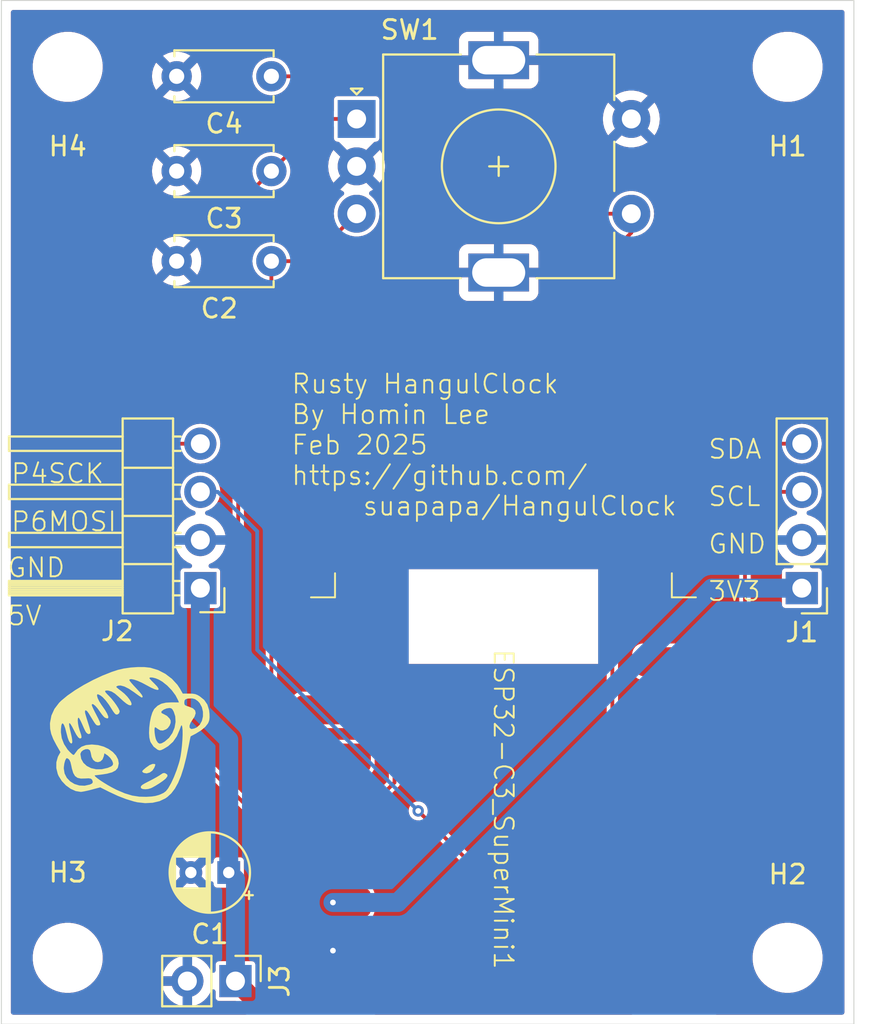
<source format=kicad_pcb>
(kicad_pcb (version 20240108) (generator "pcbnew") (generator_version "8.0")
  (title_block (title "Rusty HangulClock") (date "2025-02-01"))
  (layers (0 "F.Cu" signal) (31 "B.Cu" signal) (34 "B.Paste" user) (35 "F.Paste" user) (36 "B.SilkS" user "B.Silkscreen") (37 "F.SilkS" user "F.Silkscreen") (38 "B.Mask" user) (39 "F.Mask" user) (44 "Edge.Cuts" user))
  (net 0 "")
  (net 1 "GND")
  (net 4 "+3V3")
  (net 5 "+5V")
  (net 6 "Net-(ESP32-C3_SuperMini1-P1)")
  (net 7 "Net-(ESP32-C3_SuperMini1-P8)")
  (net 8 "Net-(ESP32-C3_SuperMini1-P9)")
  (net 9 "Net-(ESP32-C3_SuperMini1-P2)")
  (net 10 "Net-(ESP32-C3_SuperMini1-P6)")
  (net 12 "Net-(ESP32-C3_SuperMini1-P4)")
  (net 13 "Net-(ESP32-C3_SuperMini1-P3)")
  (footprint "Connector_PinHeader_2.54mm:PinHeader_1x04_P2.54mm_Vertical" (layer "F.Cu") (at 163.25 116 180)
    (property "Reference" "J1" (at 0 -2.33 0) (layer "F.SilkS"))
    (property "Value" "Conn_OLED")
    (fp_line (start 1.33 1.27) (end 1.33 8.95) (stroke (width 0.12)) (layer "F.SilkS"))
    (fp_line (start -1.33 8.95) (end 1.33 8.95) (stroke (width 0.12)) (layer "F.SilkS"))
    (fp_line (start -1.33 1.27) (end 1.33 1.27) (stroke (width 0.12)) (layer "F.SilkS"))
    (fp_line (start -1.33 1.27) (end -1.33 8.95) (stroke (width 0.12)) (layer "F.SilkS"))
    (fp_line (start -1.33 0) (end -1.33 -1.33) (stroke (width 0.12)) (layer "F.SilkS"))
    (fp_line (start -1.33 -1.33) (end 0 -1.33) (stroke (width 0.12)) (layer "F.SilkS"))
    (pad "1" thru_hole rect (at 0 0 180) (size 1.7 1.7) (drill 1) (layers "*.Cu" "*.Mask") (net 4 "+3V3"))
    (pad "2" thru_hole oval (at 0 2.54 180) (size 1.7 1.7) (drill 1) (layers "*.Cu" "*.Mask") (net 1 "GND"))
    (pad "3" thru_hole oval (at 0 5.08 180) (size 1.7 1.7) (drill 1) (layers "*.Cu" "*.Mask") (net 8 "Net-(ESP32-C3_SuperMini1-P9)"))
    (pad "4" thru_hole oval (at 0 7.62 180) (size 1.7 1.7) (drill 1) (layers "*.Cu" "*.Mask") (net 7 "Net-(ESP32-C3_SuperMini1-P8)"))
  )
  (footprint "MountingHole:MountingHole_3.2mm_M3" (layer "F.Cu") (at 162.5 88.5 180)
    (property "Reference" "H1" (at 0 -4.2 0) (layer "F.SilkS"))
    (property "Value" "MountingHole" (hide yes))
    (pad "" np_thru_hole circle (at 0 0 180) (size 3.2 3.2) (drill 3.2) (layers "*.Cu" "*.Mask"))
  )
  (footprint "Connector_PinHeader_2.54mm:PinHeader_1x02_P2.54mm_Vertical" (layer "F.Cu") (at 133.355 136.725686 -90)
    (property "Reference" "J3" (at 0 -2.33 90) (layer "F.SilkS"))
    (property "Value" "PWR")
    (fp_line (start -1.33 3.87) (end 1.33 3.87) (stroke (width 0.12)) (layer "F.SilkS"))
    (fp_line (start -1.33 1.27) (end -1.33 3.87) (stroke (width 0.12)) (layer "F.SilkS"))
    (fp_line (start -1.33 1.27) (end 1.33 1.27) (stroke (width 0.12)) (layer "F.SilkS"))
    (fp_line (start 1.33 1.27) (end 1.33 3.87) (stroke (width 0.12)) (layer "F.SilkS"))
    (fp_line (start -1.33 0) (end -1.33 -1.33) (stroke (width 0.12)) (layer "F.SilkS"))
    (fp_line (start -1.33 -1.33) (end 0 -1.33) (stroke (width 0.12)) (layer "F.SilkS"))
    (pad "1" thru_hole rect (at 0 0 270) (size 1.7 1.7) (drill 1) (layers "*.Cu" "*.Mask") (net 5 "+5V"))
    (pad "2" thru_hole oval (at 0 2.54 270) (size 1.7 1.7) (drill 1) (layers "*.Cu" "*.Mask") (net 1 "GND"))
  )
  (footprint "MountingHole:MountingHole_3.2mm_M3" (layer "F.Cu") (at 124.5 135.5 180)
    (property "Reference" "H3" (at 0 4.5 0) (layer "F.SilkS"))
    (property "Value" "MountingHole" (hide yes))
    (pad "" np_thru_hole circle (at 0 0 180) (size 3.2 3.2) (drill 3.2) (layers "*.Cu" "*.Mask"))
  )
  (footprint "Homin_Library:ESP32-C3_SuperMini_SMD" (layer "F.Cu") (at 147.5 127.66 180)
    (property "Reference" "ESP32-C3_SuperMini1" (at 0 0 -90) (layer "F.SilkS") (effects (font (thickness 0.1))))
    (property "Value" "~")
    (fp_line (start 10.16 11.176) (end 8.89 11.176) (stroke (width 0.1)) (layer "F.SilkS"))
    (fp_line (start 8.89 11.176) (end 8.89 12.446) (stroke (width 0.1)) (layer "F.SilkS"))
    (fp_line (start -8.89 11.176) (end -8.89 12.446) (stroke (width 0.1)) (layer "F.SilkS"))
    (fp_line (start -10.16 11.176) (end -8.89 11.176) (stroke (width 0.1)) (layer "F.SilkS"))
    (pad "0" smd roundrect (at 9 7.78 180) (size 4 1.524) (layers "F.Cu" "F.Paste" "F.Mask"))
    (pad "1" smd roundrect (at 9 5.24 180) (size 4 1.524) (layers "F.Cu" "F.Paste" "F.Mask") (net 6 "Net-(ESP32-C3_SuperMini1-P1)"))
    (pad "2" smd roundrect (at 9 2.7 180) (size 4 1.524) (layers "F.Cu" "F.Paste" "F.Mask") (net 9 "Net-(ESP32-C3_SuperMini1-P2)"))
    (pad "3" smd roundrect (at 9 0.16 180) (size 4 1.524) (layers "F.Cu" "F.Paste" "F.Mask") (net 13 "Net-(ESP32-C3_SuperMini1-P3)"))
    (pad "3V3" smd roundrect (at 9 -4.92 180) (size 4 1.524) (layers "F.Cu" "F.Paste" "F.Mask") (net 4 "+3V3"))
    (pad "4" smd roundrect (at 9 -2.38 180) (size 4 1.524) (layers "F.Cu" "F.Paste" "F.Mask") (net 12 "Net-(ESP32-C3_SuperMini1-P4)"))
    (pad "5" smd roundrect (at -9 -10 180) (size 4 1.524) (layers "F.Cu" "F.Paste" "F.Mask"))
    (pad "5V" smd roundrect (at 9 -9.98 180) (size 4 1.524) (layers "F.Cu" "F.Paste" "F.Mask") (net 5 "+5V"))
    (pad "6" smd roundrect (at -9 -7.46 180) (size 4 1.524) (layers "F.Cu" "F.Paste" "F.Mask") (net 10 "Net-(ESP32-C3_SuperMini1-P6)"))
    (pad "7" smd roundrect (at -9 -4.92 180) (size 4 1.524) (layers "F.Cu" "F.Paste" "F.Mask"))
    (pad "8" smd roundrect (at -9 -2.38 180) (size 4 1.524) (layers "F.Cu" "F.Paste" "F.Mask") (net 7 "Net-(ESP32-C3_SuperMini1-P8)"))
    (pad "9" smd roundrect (at -9 0.16 180) (size 4 1.524) (layers "F.Cu" "F.Paste" "F.Mask") (net 8 "Net-(ESP32-C3_SuperMini1-P9)"))
    (pad "10" smd roundrect (at -9 2.7 180) (size 4 1.524) (layers "F.Cu" "F.Paste" "F.Mask"))
    (pad "20" smd roundrect (at -9 5.24 180) (size 4 1.524) (layers "F.Cu" "F.Paste" "F.Mask"))
    (pad "21" smd roundrect (at -9 7.78 180) (size 4 1.524) (layers "F.Cu" "F.Paste" "F.Mask"))
    (pad "G" smd roundrect (at 9 -7.46 180) (size 4 1.524) (layers "F.Cu" "F.Paste" "F.Mask") (net 1 "GND"))
  )
  (footprint "Capacitor_THT:C_Disc_D5.0mm_W2.5mm_P5.00mm" (layer "F.Cu") (at 135.25 89 180)
    (property "Reference" "C4" (at 2.5 -2.5 0) (layer "F.SilkS"))
    (property "Value" "100n")
    (fp_line (start 5.12 1.055) (end 5.12 1.37) (stroke (width 0.12)) (layer "F.SilkS"))
    (fp_line (start 5.12 -1.37) (end 5.12 -1.055) (stroke (width 0.12)) (layer "F.SilkS"))
    (fp_line (start -0.12 1.37) (end 5.12 1.37) (stroke (width 0.12)) (layer "F.SilkS"))
    (fp_line (start -0.12 1.055) (end -0.12 1.37) (stroke (width 0.12)) (layer "F.SilkS"))
    (fp_line (start -0.12 -1.37) (end 5.12 -1.37) (stroke (width 0.12)) (layer "F.SilkS"))
    (fp_line (start -0.12 -1.37) (end -0.12 -1.055) (stroke (width 0.12)) (layer "F.SilkS"))
    (pad "1" thru_hole circle (at 0 0 180) (size 1.6 1.6) (drill 0.8) (layers "*.Cu" "*.Mask") (net 13 "Net-(ESP32-C3_SuperMini1-P3)"))
    (pad "2" thru_hole circle (at 5 0 180) (size 1.6 1.6) (drill 0.8) (layers "*.Cu" "*.Mask") (net 1 "GND"))
  )
  (footprint "Rotary_Encoder:RotaryEncoder_Alps_EC11E-Switch_Vertical_H20mm" (layer "F.Cu") (at 139.75 91.25)
    (property "Reference" "SW1" (at 2.8 -4.7 0) (layer "F.SilkS"))
    (property "Value" "RotaryEncoder_Switch_MP")
    (fp_line (start -0.3 -1.6) (end 0.3 -1.6) (stroke (width 0.12)) (layer "F.SilkS"))
    (fp_line (start 0 -1.3) (end -0.3 -1.6) (stroke (width 0.12)) (layer "F.SilkS"))
    (fp_line (start 0.3 -1.6) (end 0 -1.3) (stroke (width 0.12)) (layer "F.SilkS"))
    (fp_line (start 1.4 -3.4) (end 1.4 8.4) (stroke (width 0.12)) (layer "F.SilkS"))
    (fp_line (start 5.5 -3.4) (end 1.4 -3.4) (stroke (width 0.12)) (layer "F.SilkS"))
    (fp_line (start 5.5 8.4) (end 1.4 8.4) (stroke (width 0.12)) (layer "F.SilkS"))
    (fp_line (start 7 2.5) (end 8 2.5) (stroke (width 0.12)) (layer "F.SilkS"))
    (fp_line (start 7.5 2) (end 7.5 3) (stroke (width 0.12)) (layer "F.SilkS"))
    (fp_line (start 9.5 -3.4) (end 13.6 -3.4) (stroke (width 0.12)) (layer "F.SilkS"))
    (fp_line (start 13.6 -3.4) (end 13.6 -1) (stroke (width 0.12)) (layer "F.SilkS"))
    (fp_line (start 13.6 1.2) (end 13.6 3.8) (stroke (width 0.12)) (layer "F.SilkS"))
    (fp_line (start 13.6 6) (end 13.6 8.4) (stroke (width 0.12)) (layer "F.SilkS"))
    (fp_line (start 13.6 8.4) (end 9.5 8.4) (stroke (width 0.12)) (layer "F.SilkS"))
    (fp_circle (center 7.5 2.5) (end 10.5 2.5) (stroke (width 0.12)) (fill none) (layer "F.SilkS"))
    (pad "A" thru_hole rect (at 0 0) (size 2 2) (drill 1) (layers "*.Cu" "*.Mask") (net 9 "Net-(ESP32-C3_SuperMini1-P2)"))
    (pad "B" thru_hole circle (at 0 5) (size 2 2) (drill 1) (layers "*.Cu" "*.Mask") (net 6 "Net-(ESP32-C3_SuperMini1-P1)"))
    (pad "C" thru_hole circle (at 0 2.5) (size 2 2) (drill 1) (layers "*.Cu" "*.Mask") (net 1 "GND"))
    (pad "MP" thru_hole rect (at 7.5 -3.1) (size 3.2 2) (drill oval 2.8 1.5) (layers "*.Cu" "*.Mask") (net 1 "GND"))
    (pad "MP" thru_hole rect (at 7.5 8.1) (size 3.2 2) (drill oval 2.8 1.5) (layers "*.Cu" "*.Mask") (net 1 "GND"))
    (pad "S1" thru_hole circle (at 14.5 5) (size 2 2) (drill 1) (layers "*.Cu" "*.Mask") (net 13 "Net-(ESP32-C3_SuperMini1-P3)"))
    (pad "S2" thru_hole circle (at 14.5 0) (size 2 2) (drill 1) (layers "*.Cu" "*.Mask") (net 1 "GND"))
  )
  (footprint "Capacitor_THT:C_Disc_D5.0mm_W2.5mm_P5.00mm" (layer "F.Cu") (at 135.25 98.75 180)
    (property "Reference" "C2" (at 2.75 -2.5 0) (layer "F.SilkS"))
    (property "Value" "100n")
    (fp_line (start 5.12 1.055) (end 5.12 1.37) (stroke (width 0.12)) (layer "F.SilkS"))
    (fp_line (start 5.12 -1.37) (end 5.12 -1.055) (stroke (width 0.12)) (layer "F.SilkS"))
    (fp_line (start -0.12 1.37) (end 5.12 1.37) (stroke (width 0.12)) (layer "F.SilkS"))
    (fp_line (start -0.12 1.055) (end -0.12 1.37) (stroke (width 0.12)) (layer "F.SilkS"))
    (fp_line (start -0.12 -1.37) (end 5.12 -1.37) (stroke (width 0.12)) (layer "F.SilkS"))
    (fp_line (start -0.12 -1.37) (end -0.12 -1.055) (stroke (width 0.12)) (layer "F.SilkS"))
    (pad "1" thru_hole circle (at 0 0 180) (size 1.6 1.6) (drill 0.8) (layers "*.Cu" "*.Mask") (net 6 "Net-(ESP32-C3_SuperMini1-P1)"))
    (pad "2" thru_hole circle (at 5 0 180) (size 1.6 1.6) (drill 0.8) (layers "*.Cu" "*.Mask") (net 1 "GND"))
  )
  (footprint "Connector_PinHeader_2.54mm:PinHeader_1x04_P2.54mm_Horizontal" (layer "F.Cu") (at 131.5 116 180)
    (property "Reference" "J2" (at 4.385 -2.27 0) (layer "F.SilkS"))
    (property "Value" "Conn_SLEDS")
    (fp_line (start 10.1 8) (end 4.1 8) (stroke (width 0.12)) (layer "F.SilkS"))
    (fp_line (start 10.1 7.24) (end 10.1 8) (stroke (width 0.12)) (layer "F.SilkS"))
    (fp_line (start 10.1 5.46) (end 4.1 5.46) (stroke (width 0.12)) (layer "F.SilkS"))
    (fp_line (start 10.1 4.7) (end 10.1 5.46) (stroke (width 0.12)) (layer "F.SilkS"))
    (fp_line (start 10.1 2.92) (end 4.1 2.92) (stroke (width 0.12)) (layer "F.SilkS"))
    (fp_line (start 10.1 2.16) (end 10.1 2.92) (stroke (width 0.12)) (layer "F.SilkS"))
    (fp_line (start 10.1 0.38) (end 4.1 0.38) (stroke (width 0.12)) (layer "F.SilkS"))
    (fp_line (start 10.1 -0.38) (end 10.1 0.38) (stroke (width 0.12)) (layer "F.SilkS"))
    (fp_line (start 4.1 8.95) (end 4.1 -1.33) (stroke (width 0.12)) (layer "F.SilkS"))
    (fp_line (start 4.1 7.24) (end 10.1 7.24) (stroke (width 0.12)) (layer "F.SilkS"))
    (fp_line (start 4.1 4.7) (end 10.1 4.7) (stroke (width 0.12)) (layer "F.SilkS"))
    (fp_line (start 4.1 2.16) (end 10.1 2.16) (stroke (width 0.12)) (layer "F.SilkS"))
    (fp_line (start 4.1 0.28) (end 10.1 0.28) (stroke (width 0.12)) (layer "F.SilkS"))
    (fp_line (start 4.1 0.16) (end 10.1 0.16) (stroke (width 0.12)) (layer "F.SilkS"))
    (fp_line (start 4.1 0.04) (end 10.1 0.04) (stroke (width 0.12)) (layer "F.SilkS"))
    (fp_line (start 4.1 -0.08) (end 10.1 -0.08) (stroke (width 0.12)) (layer "F.SilkS"))
    (fp_line (start 4.1 -0.2) (end 10.1 -0.2) (stroke (width 0.12)) (layer "F.SilkS"))
    (fp_line (start 4.1 -0.32) (end 10.1 -0.32) (stroke (width 0.12)) (layer "F.SilkS"))
    (fp_line (start 4.1 -0.38) (end 10.1 -0.38) (stroke (width 0.12)) (layer "F.SilkS"))
    (fp_line (start 4.1 -1.33) (end 1.44 -1.33) (stroke (width 0.12)) (layer "F.SilkS"))
    (fp_line (start 1.44 8.95) (end 4.1 8.95) (stroke (width 0.12)) (layer "F.SilkS"))
    (fp_line (start 1.44 6.35) (end 4.1 6.35) (stroke (width 0.12)) (layer "F.SilkS"))
    (fp_line (start 1.44 3.81) (end 4.1 3.81) (stroke (width 0.12)) (layer "F.SilkS"))
    (fp_line (start 1.44 1.27) (end 4.1 1.27) (stroke (width 0.12)) (layer "F.SilkS"))
    (fp_line (start 1.44 -1.33) (end 1.44 8.95) (stroke (width 0.12)) (layer "F.SilkS"))
    (fp_line (start 1.11 0.38) (end 1.44 0.38) (stroke (width 0.12)) (layer "F.SilkS"))
    (fp_line (start 1.11 -0.38) (end 1.44 -0.38) (stroke (width 0.12)) (layer "F.SilkS"))
    (fp_line (start 1.042929 8) (end 1.44 8) (stroke (width 0.12)) (layer "F.SilkS"))
    (fp_line (start 1.042929 7.24) (end 1.44 7.24) (stroke (width 0.12)) (layer "F.SilkS"))
    (fp_line (start 1.042929 5.46) (end 1.44 5.46) (stroke (width 0.12)) (layer "F.SilkS"))
    (fp_line (start 1.042929 4.7) (end 1.44 4.7) (stroke (width 0.12)) (layer "F.SilkS"))
    (fp_line (start 1.042929 2.92) (end 1.44 2.92) (stroke (width 0.12)) (layer "F.SilkS"))
    (fp_line (start 1.042929 2.16) (end 1.44 2.16) (stroke (width 0.12)) (layer "F.SilkS"))
    (fp_line (start -1.27 0) (end -1.27 -1.27) (stroke (width 0.12)) (layer "F.SilkS"))
    (fp_line (start -1.27 -1.27) (end 0 -1.27) (stroke (width 0.12)) (layer "F.SilkS"))
    (pad "1" thru_hole rect (at 0 0 180) (size 1.7 1.7) (drill 1) (layers "*.Cu" "*.Mask") (net 5 "+5V"))
    (pad "2" thru_hole oval (at 0 2.54 180) (size 1.7 1.7) (drill 1) (layers "*.Cu" "*.Mask") (net 1 "GND"))
    (pad "3" thru_hole oval (at 0 5.08 180) (size 1.7 1.7) (drill 1) (layers "*.Cu" "*.Mask") (net 10 "Net-(ESP32-C3_SuperMini1-P6)"))
    (pad "4" thru_hole oval (at 0 7.62 180) (size 1.7 1.7) (drill 1) (layers "*.Cu" "*.Mask") (net 12 "Net-(ESP32-C3_SuperMini1-P4)"))
  )
  (footprint "MountingHole:MountingHole_3.2mm_M3" (layer "F.Cu") (at 124.5 88.5 180)
    (property "Reference" "H4" (at 0 -4.2 0) (layer "F.SilkS"))
    (property "Value" "MountingHole" (hide yes))
    (pad "" np_thru_hole circle (at 0 0 180) (size 3.2 3.2) (drill 3.2) (layers "*.Cu" "*.Mask"))
  )
  (footprint "Capacitor_THT:CP_Radial_D4.0mm_P2.00mm" (layer "F.Cu") (at 133 131 180)
    (property "Reference" "C1" (at 1 -3.25 0) (layer "F.SilkS"))
    (property "Value" "C_Polarized")
    (fp_line (start 3.081 -0.37) (end 3.081 0.37) (stroke (width 0.12)) (layer "F.SilkS"))
    (fp_line (start 3.041 -0.537) (end 3.041 0.537) (stroke (width 0.12)) (layer "F.SilkS"))
    (fp_line (start 3.001 -0.664) (end 3.001 0.664) (stroke (width 0.12)) (layer "F.SilkS"))
    (fp_line (start 2.961 -0.768) (end 2.961 0.768) (stroke (width 0.12)) (layer "F.SilkS"))
    (fp_line (start 2.921 -0.859) (end 2.921 0.859) (stroke (width 0.12)) (layer "F.SilkS"))
    (fp_line (start 2.881 -0.94) (end 2.881 0.94) (stroke (width 0.12)) (layer "F.SilkS"))
    (fp_line (start 2.841 -1.013) (end 2.841 1.013) (stroke (width 0.12)) (layer "F.SilkS"))
    (fp_line (start 2.801 0.84) (end 2.801 1.08) (stroke (width 0.12)) (layer "F.SilkS"))
    (fp_line (start 2.801 -1.08) (end 2.801 -0.84) (stroke (width 0.12)) (layer "F.SilkS"))
    (fp_line (start 2.761 0.84) (end 2.761 1.142) (stroke (width 0.12)) (layer "F.SilkS"))
    (fp_line (start 2.761 -1.142) (end 2.761 -0.84) (stroke (width 0.12)) (layer "F.SilkS"))
    (fp_line (start 2.721 0.84) (end 2.721 1.2) (stroke (width 0.12)) (layer "F.SilkS"))
    (fp_line (start 2.721 -1.2) (end 2.721 -0.84) (stroke (width 0.12)) (layer "F.SilkS"))
    (fp_line (start 2.681 0.84) (end 2.681 1.254) (stroke (width 0.12)) (layer "F.SilkS"))
    (fp_line (start 2.681 -1.254) (end 2.681 -0.84) (stroke (width 0.12)) (layer "F.SilkS"))
    (fp_line (start 2.641 0.84) (end 2.641 1.304) (stroke (width 0.12)) (layer "F.SilkS"))
    (fp_line (start 2.641 -1.304) (end 2.641 -0.84) (stroke (width 0.12)) (layer "F.SilkS"))
    (fp_line (start 2.601 0.84) (end 2.601 1.351) (stroke (width 0.12)) (layer "F.SilkS"))
    (fp_line (start 2.601 -1.351) (end 2.601 -0.84) (stroke (width 0.12)) (layer "F.SilkS"))
    (fp_line (start 2.561 0.84) (end 2.561 1.396) (stroke (width 0.12)) (layer "F.SilkS"))
    (fp_line (start 2.561 -1.396) (end 2.561 -0.84) (stroke (width 0.12)) (layer "F.SilkS"))
    (fp_line (start 2.521 0.84) (end 2.521 1.438) (stroke (width 0.12)) (layer "F.SilkS"))
    (fp_line (start 2.521 -1.438) (end 2.521 -0.84) (stroke (width 0.12)) (layer "F.SilkS"))
    (fp_line (start 2.481 0.84) (end 2.481 1.478) (stroke (width 0.12)) (layer "F.SilkS"))
    (fp_line (start 2.481 -1.478) (end 2.481 -0.84) (stroke (width 0.12)) (layer "F.SilkS"))
    (fp_line (start 2.441 0.84) (end 2.441 1.516) (stroke (width 0.12)) (layer "F.SilkS"))
    (fp_line (start 2.441 -1.516) (end 2.441 -0.84) (stroke (width 0.12)) (layer "F.SilkS"))
    (fp_line (start 2.401 0.84) (end 2.401 1.552) (stroke (width 0.12)) (layer "F.SilkS"))
    (fp_line (start 2.401 -1.552) (end 2.401 -0.84) (stroke (width 0.12)) (layer "F.SilkS"))
    (fp_line (start 2.361 0.84) (end 2.361 1.587) (stroke (width 0.12)) (layer "F.SilkS"))
    (fp_line (start 2.361 -1.587) (end 2.361 -0.84) (stroke (width 0.12)) (layer "F.SilkS"))
    (fp_line (start 2.321 0.84) (end 2.321 1.619) (stroke (width 0.12)) (layer "F.SilkS"))
    (fp_line (start 2.321 -1.619) (end 2.321 -0.84) (stroke (width 0.12)) (layer "F.SilkS"))
    (fp_line (start 2.281 0.84) (end 2.281 1.65) (stroke (width 0.12)) (layer "F.SilkS"))
    (fp_line (start 2.281 -1.65) (end 2.281 -0.84) (stroke (width 0.12)) (layer "F.SilkS"))
    (fp_line (start 2.241 0.84) (end 2.241 1.68) (stroke (width 0.12)) (layer "F.SilkS"))
    (fp_line (start 2.241 -1.68) (end 2.241 -0.84) (stroke (width 0.12)) (layer "F.SilkS"))
    (fp_line (start 2.201 0.84) (end 2.201 1.708) (stroke (width 0.12)) (layer "F.SilkS"))
    (fp_line (start 2.201 -1.708) (end 2.201 -0.84) (stroke (width 0.12)) (layer "F.SilkS"))
    (fp_line (start 2.161 0.84) (end 2.161 1.735) (stroke (width 0.12)) (layer "F.SilkS"))
    (fp_line (start 2.161 -1.735) (end 2.161 -0.84) (stroke (width 0.12)) (layer "F.SilkS"))
    (fp_line (start 2.121 0.84) (end 2.121 1.76) (stroke (width 0.12)) (layer "F.SilkS"))
    (fp_line (start 2.121 -1.76) (end 2.121 -0.84) (stroke (width 0.12)) (layer "F.SilkS"))
    (fp_line (start 2.081 0.84) (end 2.081 1.785) (stroke (width 0.12)) (layer "F.SilkS"))
    (fp_line (start 2.081 -1.785) (end 2.081 -0.84) (stroke (width 0.12)) (layer "F.SilkS"))
    (fp_line (start 2.041 0.84) (end 2.041 1.808) (stroke (width 0.12)) (layer "F.SilkS"))
    (fp_line (start 2.041 -1.808) (end 2.041 -0.84) (stroke (width 0.12)) (layer "F.SilkS"))
    (fp_line (start 2.001 0.84) (end 2.001 1.83) (stroke (width 0.12)) (layer "F.SilkS"))
    (fp_line (start 2.001 -1.83) (end 2.001 -0.84) (stroke (width 0.12)) (layer "F.SilkS"))
    (fp_line (start 1.961 0.84) (end 1.961 1.851) (stroke (width 0.12)) (layer "F.SilkS"))
    (fp_line (start 1.961 -1.851) (end 1.961 -0.84) (stroke (width 0.12)) (layer "F.SilkS"))
    (fp_line (start 1.921 0.84) (end 1.921 1.87) (stroke (width 0.12)) (layer "F.SilkS"))
    (fp_line (start 1.921 -1.87) (end 1.921 -0.84) (stroke (width 0.12)) (layer "F.SilkS"))
    (fp_line (start 1.881 0.84) (end 1.881 1.889) (stroke (width 0.12)) (layer "F.SilkS"))
    (fp_line (start 1.881 -1.889) (end 1.881 -0.84) (stroke (width 0.12)) (layer "F.SilkS"))
    (fp_line (start 1.841 0.84) (end 1.841 1.907) (stroke (width 0.12)) (layer "F.SilkS"))
    (fp_line (start 1.841 -1.907) (end 1.841 -0.84) (stroke (width 0.12)) (layer "F.SilkS"))
    (fp_line (start 1.801 0.84) (end 1.801 1.924) (stroke (width 0.12)) (layer "F.SilkS"))
    (fp_line (start 1.801 -1.924) (end 1.801 -0.84) (stroke (width 0.12)) (layer "F.SilkS"))
    (fp_line (start 1.761 0.84) (end 1.761 1.94) (stroke (width 0.12)) (layer "F.SilkS"))
    (fp_line (start 1.761 -1.94) (end 1.761 -0.84) (stroke (width 0.12)) (layer "F.SilkS"))
    (fp_line (start 1.721 0.84) (end 1.721 1.954) (stroke (width 0.12)) (layer "F.SilkS"))
    (fp_line (start 1.721 -1.954) (end 1.721 -0.84) (stroke (width 0.12)) (layer "F.SilkS"))
    (fp_line (start 1.68 0.84) (end 1.68 1.968) (stroke (width 0.12)) (layer "F.SilkS"))
    (fp_line (start 1.68 -1.968) (end 1.68 -0.84) (stroke (width 0.12)) (layer "F.SilkS"))
    (fp_line (start 1.64 0.84) (end 1.64 1.982) (stroke (width 0.12)) (layer "F.SilkS"))
    (fp_line (start 1.64 -1.982) (end 1.64 -0.84) (stroke (width 0.12)) (layer "F.SilkS"))
    (fp_line (start 1.6 0.84) (end 1.6 1.994) (stroke (width 0.12)) (layer "F.SilkS"))
    (fp_line (start 1.6 -1.994) (end 1.6 -0.84) (stroke (width 0.12)) (layer "F.SilkS"))
    (fp_line (start 1.56 0.84) (end 1.56 2.005) (stroke (width 0.12)) (layer "F.SilkS"))
    (fp_line (start 1.56 -2.005) (end 1.56 -0.84) (stroke (width 0.12)) (layer "F.SilkS"))
    (fp_line (start 1.52 0.84) (end 1.52 2.016) (stroke (width 0.12)) (layer "F.SilkS"))
    (fp_line (start 1.52 -2.016) (end 1.52 -0.84) (stroke (width 0.12)) (layer "F.SilkS"))
    (fp_line (start 1.48 0.84) (end 1.48 2.025) (stroke (width 0.12)) (layer "F.SilkS"))
    (fp_line (start 1.48 -2.025) (end 1.48 -0.84) (stroke (width 0.12)) (layer "F.SilkS"))
    (fp_line (start 1.44 0.84) (end 1.44 2.034) (stroke (width 0.12)) (layer "F.SilkS"))
    (fp_line (start 1.44 -2.034) (end 1.44 -0.84) (stroke (width 0.12)) (layer "F.SilkS"))
    (fp_line (start 1.4 0.84) (end 1.4 2.042) (stroke (width 0.12)) (layer "F.SilkS"))
    (fp_line (start 1.4 -2.042) (end 1.4 -0.84) (stroke (width 0.12)) (layer "F.SilkS"))
    (fp_line (start 1.36 0.84) (end 1.36 2.05) (stroke (width 0.12)) (layer "F.SilkS"))
    (fp_line (start 1.36 -2.05) (end 1.36 -0.84) (stroke (width 0.12)) (layer "F.SilkS"))
    (fp_line (start 1.32 0.84) (end 1.32 2.056) (stroke (width 0.12)) (layer "F.SilkS"))
    (fp_line (start 1.32 -2.056) (end 1.32 -0.84) (stroke (width 0.12)) (layer "F.SilkS"))
    (fp_line (start 1.28 0.84) (end 1.28 2.062) (stroke (width 0.12)) (layer "F.SilkS"))
    (fp_line (start 1.28 -2.062) (end 1.28 -0.84) (stroke (width 0.12)) (layer "F.SilkS"))
    (fp_line (start 1.24 0.84) (end 1.24 2.067) (stroke (width 0.12)) (layer "F.SilkS"))
    (fp_line (start 1.24 -2.067) (end 1.24 -0.84) (stroke (width 0.12)) (layer "F.SilkS"))
    (fp_line (start 1.2 0.84) (end 1.2 2.071) (stroke (width 0.12)) (layer "F.SilkS"))
    (fp_line (start 1.2 -2.071) (end 1.2 -0.84) (stroke (width 0.12)) (layer "F.SilkS"))
    (fp_line (start 1.16 -2.074) (end 1.16 2.074) (stroke (width 0.12)) (layer "F.SilkS"))
    (fp_line (start 1.12 -2.077) (end 1.12 2.077) (stroke (width 0.12)) (layer "F.SilkS"))
    (fp_line (start 1.08 -2.079) (end 1.08 2.079) (stroke (width 0.12)) (layer "F.SilkS"))
    (fp_line (start 1.04 -2.08) (end 1.04 2.08) (stroke (width 0.12)) (layer "F.SilkS"))
    (fp_line (start 1 -2.08) (end 1 2.08) (stroke (width 0.12)) (layer "F.SilkS"))
    (fp_line (start -1.069801 -1.395) (end -1.069801 -0.995) (stroke (width 0.12)) (layer "F.SilkS"))
    (fp_line (start -1.269801 -1.195) (end -0.869801 -1.195) (stroke (width 0.12)) (layer "F.SilkS"))
    (fp_circle (center 1 0) (end 3.12 0) (stroke (width 0.12)) (fill none) (layer "F.SilkS"))
    (pad "1" thru_hole rect (at 0 0 180) (size 1.2 1.2) (drill 0.6) (layers "*.Cu" "*.Mask") (net 5 "+5V"))
    (pad "2" thru_hole circle (at 2 0 180) (size 1.2 1.2) (drill 0.6) (layers "*.Cu" "*.Mask") (net 1 "GND"))
  )
  (footprint "LOGO" (layer "F.Cu") (at 127.75 123.75)
    (property "Reference" "G***" (hide yes))
    (property "Value" "LOGO" (hide yes))
    (fp_poly (pts (xy 1.340726 1.524851) (xy 1.37482 1.550602) (xy 1.360361 1.620832) (xy 1.317424 1.727094) (xy 1.217732 1.875326) (xy 1.076146 1.976536) (xy 0.917912 2.020469) (xy 0.768275 1.996874) (xy 0.720746 1.969418) (xy 0.684435 1.932701) (xy 0.690224 1.890528) (xy 0.74836 1.826531) (xy 0.869091 1.724343) (xy 0.879484 1.715879) (xy 1.069969 1.582379) (xy 1.219712 1.523814) (xy 1.250852 1.521234)) (fill solid) (layer "F.SilkS"))
    (fp_poly (pts (xy 1.917215 2.021814) (xy 2.007882 2.087528) (xy 2.0151 2.170024) (xy 1.938399 2.278086) (xy 1.901543 2.314381) (xy 1.772627 2.418466) (xy 1.593634 2.542316) (xy 1.397233 2.665029) (xy 1.21609 2.765707) (xy 1.138756 2.802417) (xy 0.9971 2.843367) (xy 0.844809 2.857567) (xy 0.711859 2.845664) (xy 0.628223 2.808308) (xy 0.616791 2.791137) (xy 0.605548 2.734031) (xy 0.627555 2.68072) (xy 0.694725 2.6214) (xy 0.818976 2.546266) (xy 1.012223 2.445515) (xy 1.075309 2.413879) (xy 1.273711 2.310979) (xy 1.457907 2.208657) (xy 1.600845 2.122244) (xy 1.652151 2.086994) (xy 1.762611 2.0149) (xy 1.844284 1.998782)) (fill solid) (layer "F.SilkS"))
    (fp_poly (pts (xy 0.803326 -3.587275) (xy 1.099957 -3.555034) (xy 1.11441 -3.5523) (xy 1.520891 -3.429576) (xy 1.90633 -3.229899) (xy 2.252629 -2.966243) (xy 2.541691 -2.651585) (xy 2.693518 -2.420145) (xy 2.822329 -2.189655) (xy 3.154767 -2.189655) (xy 3.345708 -2.184254) (xy 3.483124 -2.161662) (xy 3.605373 -2.112293) (xy 3.713074 -2.050143) (xy 3.954975 -1.85518) (xy 4.120266 -1.613673) (xy 4.21254 -1.319241) (xy 4.233817 -1.125776) (xy 4.238342 -0.933019) (xy 4.22446 -0.796826) (xy 4.18623 -0.682412) (xy 4.144165 -0.600847) (xy 4.009805 -0.431329) (xy 3.798587 -0.255114) (xy 3.524178 -0.082971) (xy 3.411252 -0.023414) (xy 3.306277 0.030147) (xy 3.244912 0.062797) (xy 3.239662 0.066049) (xy 3.227438 0.111767) (xy 3.202082 0.229526) (xy 3.167465 0.40075) (xy 3.13282 0.578789) (xy 3.005955 1.18574) (xy 2.873036 1.707154) (xy 2.73112 2.149634) (xy 2.577263 2.519787) (xy 2.408522 2.824217) (xy 2.221953 3.06953) (xy 2.014612 3.262332) (xy 1.901706 3.341438) (xy 1.593076 3.486696) (xy 1.232648 3.570337) (xy 0.838809 3.590534) (xy 0.429944 3.545457) (xy 0.253539 3.505404) (xy -0.169637 3.377197) (xy -0.594894 3.212734) (xy -1.053695 2.999716) (xy -1.102744 2.975213) (xy -1.537066 2.757004) (xy -1.98244 2.876687) (xy -2.188724 2.928455) (xy -2.376051 2.968952) (xy -2.517176 2.992585) (xy -2.565586 2.99637) (xy -2.829188 2.953693) (xy -3.095163 2.8349) (xy -3.345756 2.653846) (xy -3.563209 2.424386) (xy -3.729768 2.160376) (xy -3.777103 2.051021) (xy -3.847395 1.764267) (xy -3.45735 1.764267) (xy -3.415248 2.026352) (xy -3.298172 2.255276) (xy -3.119972 2.442595) (xy -2.894493 2.579865) (xy -2.635586 2.658644) (xy -2.357096 2.670486) (xy -2.07441 2.607513) (xy -1.962238 2.550687) (xy -1.926996 2.484236) (xy -1.928972 2.461202) (xy -1.962241 2.357155) (xy -2.027587 2.299633) (xy -2.144597 2.27999) (xy -2.320327 2.288439) (xy -2.556995 2.294016) (xy -2.734508 2.255278) (xy -2.864719 2.161577) (xy -2.95948 2.002264) (xy -3.030643 1.766692) (xy -3.059767 1.624126) (xy -3.10503 1.431946) (xy -3.159621 1.312427) (xy -3.217248 1.254901) (xy -3.285671 1.217715) (xy -3.329454 1.23424) (xy -3.373903 1.318961) (xy -3.388206 1.352786) (xy -3.429269 1.499466) (xy -3.454044 1.681347) (xy -3.45735 1.764267) (xy -3.847395 1.764267) (xy -3.853211 1.740541) (xy -3.851492 1.434296) (xy -3.772859 1.15334) (xy -3.734874 1.077955) (xy -3.633751 0.898911) (xy -3.846608 0.530127) (xy -4.014432 0.212064) (xy -4.122686 -0.065314) (xy -4.140426 -0.148683) (xy -3.609082 -0.148683) (xy -3.564938 0.162466) (xy -3.444387 0.474118) (xy -3.259301 0.76018) (xy -3.132472 0.898911) (xy -3.023246 1.000193) (xy -2.958563 1.043676) (xy -2.918448 1.037425) (xy -2.89172 1.002631) (xy -2.581231 1.002631) (xy -2.539239 1.251459) (xy -2.42292 1.461868) (xy -2.244216 1.627962) (xy -2.015069 1.743845) (xy -1.747422 1.803622) (xy -1.453216 1.801396) (xy -1.144393 1.731272) (xy -1.121508 1.723301) (xy -0.955113 1.652454) (xy -0.869984 1.578668) (xy -0.856272 1.484909) (xy -0.904132 1.35414) (xy -0.905964 1.350388) (xy -1.004109 1.206993) (xy -1.133294 1.082745) (xy -1.152291 1.069322) (xy -1.313474 0.961928) (xy -1.344515 1.113702) (xy -1.414043 1.286653) (xy -1.524786 1.391461) (xy -1.657255 1.429377) (xy -1.791966 1.401654) (xy -1.909432 1.309542) (xy -1.990166 1.154292) (xy -2.00836 1.071068) (xy -2.036408 0.929103) (xy -2.070881 0.822005) (xy -2.08587 0.79519) (xy -2.180752 0.740654) (xy -2.306257 0.744834) (xy -2.43381 0.795764) (xy -2.534839 0.881478) (xy -2.580769 0.990012) (xy -2.581231 1.002631) (xy -2.89172 1.002631) (xy -2.887885 0.997638) (xy -2.714764 0.766151) (xy -2.520641 0.612518) (xy -2.286475 0.526447) (xy -1.993227 0.497648) (xy -1.962486 0.497515) (xy -1.64451 0.527194) (xy -1.349743 0.609005) (xy -1.087652 0.734148) (xy -0.867707 0.893829) (xy -0.699377 1.079248) (xy -0.592131 1.281609) (xy -0.555436 1.492115) (xy -0.598763 1.701969) (xy -0.619146 1.745579) (xy -0.725207 1.867078) (xy -0.907302 1.963104) (xy -1.170684 2.035867) (xy -1.3978 2.073041) (xy -1.574391 2.095522) (xy -1.716861 2.112249) (xy -1.799374 2.120225) (xy -1.806802 2.120508) (xy -1.82843 2.14144) (xy -1.7811 2.198956) (xy -1.6766 2.285134) (xy -1.526715 2.392055) (xy -1.343232 2.511798) (xy -1.137938 2.636441) (xy -0.922618 2.758065) (xy -0.709059 2.868749) (xy -0.653259 2.895716) (xy -0.233597 3.074029) (xy 0.150811 3.189436) (xy 0.52593 3.247969) (xy 0.898911 3.256337) (xy 1.16647 3.240607) (xy 1.374718 3.210375) (xy 1.556107 3.160084) (xy 1.635827 3.130147) (xy 1.809911 3.049481) (xy 1.931146 2.958525) (xy 2.036797 2.827506) (xy 2.062214 2.789486) (xy 2.208645 2.532143) (xy 2.357502 2.210712) (xy 2.497652 1.852296) (xy 2.617963 1.484) (xy 2.658864 1.336842) (xy 2.70614 1.115936) (xy 2.747005 0.848618) (xy 2.77982 0.556871) (xy 2.802944 0.262675) (xy 2.814737 -0.011989) (xy 2.813558 -0.245139) (xy 2.797767 -0.414793) (xy 2.791709 -0.443269) (xy 2.771902 -0.508354) (xy 2.751706 -0.517135) (xy 2.722273 -0.459564) (xy 2.674757 -0.325599) (xy 2.666454 -0.301051) (xy 2.510556 0.062707) (xy 2.308492 0.354389) (xy 2.049375 0.5871) (xy 1.807692 0.732533) (xy 1.681784 0.790804) (xy 1.597449 0.80577) (xy 1.517077 0.781355) (xy 1.48642 0.766056) (xy 1.283257 0.610088) (xy 1.131015 0.386246) (xy 1.103029 0.322686) (xy 1.057478 0.132198) (xy 1.041814 -0.114804) (xy 1.047967 -0.269128) (xy 1.330515 -0.269128) (xy 1.338663 -0.125121) (xy 1.360231 0.032363) (xy 1.392801 0.177865) (xy 1.429975 0.278424) (xy 1.509888 0.402505) (xy 1.59711 0.452584) (xy 1.710828 0.431462) (xy 1.869266 0.342566) (xy 2.097472 0.144668) (xy 2.273185 -0.107484) (xy 2.390382 -0.394057) (xy 2.44304 -0.695218) (xy 2.425135 -0.991133) (xy 2.346886 -1.230092) (xy 2.277385 -1.354454) (xy 2.210846 -1.413379) (xy 2.121377 -1.428995) (xy 2.114107 -1.429038) (xy 1.965542 -1.405483) (xy 1.821557 -1.345992) (xy 1.717122 -1.267329) (xy 1.690665 -1.226052) (xy 1.705438 -1.164281) (xy 1.805971 -1.111355) (xy 1.816594 -1.107764) (xy 1.9912 -1.013289) (xy 2.129221 -0.870666) (xy 2.182328 -0.769565) (xy 2.184304 -0.644982) (xy 2.128598 -0.500946) (xy 2.032683 -0.371406) (xy 1.942037 -0.302699) (xy 1.772887 -0.239511) (xy 1.63226 -0.250255) (xy 1.508655 -0.322686) (xy 1.420027 -0.38641) (xy 1.365493 -0.414789) (xy 1.364144 -0.414882) (xy 1.338203 -0.374201) (xy 1.330515 -0.269128) (xy 1.047967 -0.269128) (xy 1.052962 -0.394421) (xy 1.087845 -0.682758) (xy 1.143391 -0.955917) (xy 1.216523 -1.19) (xy 1.304167 -1.36111) (xy 1.322797 -1.385234) (xy 1.49455 -1.549652) (xy 1.693382 -1.656139) (xy 1.93917 -1.712242) (xy 2.219756 -1.725879) (xy 2.618641 -1.723151) (xy 2.618095 -1.724587) (xy 2.904174 -1.724587) (xy 2.909926 -1.635466) (xy 2.94153 -1.580097) (xy 3.020506 -1.539104) (xy 3.157866 -1.496158) (xy 3.360384 -1.410964) (xy 3.47583 -1.297366) (xy 3.504678 -1.153607) (xy 3.447405 -0.977929) (xy 3.342105 -0.81611) (xy 3.231948 -0.643143) (xy 3.17964 -0.495954) (xy 3.186238 -0.387052) (xy 3.252797 -0.328943) (xy 3.300419 -0.322686) (xy 3.424941 -0.346195) (xy 3.557363 -0.402786) (xy 3.558345 -0.403358) (xy 3.722294 -0.548832) (xy 3.832427 -0.749094) (xy 3.887866 -0.983449) (xy 3.887734 -1.231202) (xy 3.831156 -1.471658) (xy 3.717254 -1.684124) (xy 3.617224 -1.792928) (xy 3.468093 -1.896885) (xy 3.319641 -1.934466) (xy 3.282879 -1.935487) (xy 3.092464 -1.926166) (xy 2.976803 -1.893833) (xy 2.919504 -1.829358) (xy 2.904174 -1.724587) (xy 2.618095 -1.724587) (xy 2.576382 -1.8343) (xy 2.441436 -2.095752) (xy 2.242202 -2.363134) (xy 2.001497 -2.612157) (xy 1.742139 -2.818534) (xy 1.544283 -2.933003) (xy 1.383782 -2.996187) (xy 1.235336 -3.033615) (xy 1.121122 -3.041973) (xy 1.063314 -3.017945) (xy 1.060254 -3.005362) (xy 1.091489 -2.958057) (xy 1.174142 -2.866606) (xy 1.291632 -2.749125) (xy 1.316502 -2.725377) (xy 1.467238 -2.568261) (xy 1.541601 -2.457934) (xy 1.543199 -2.395321) (xy 1.475635 -2.381344) (xy 1.342515 -2.416928) (xy 1.147445 -2.502994) (xy 0.92196 -2.624342) (xy 0.673869 -2.756411) (xy 0.447774 -2.857577) (xy 0.255636 -2.924255) (xy 0.109416 -2.952857) (xy 0.021076 -2.939796) (xy 0 -2.900798) (xy 0.030228 -2.849744) (xy 0.112393 -2.748075) (xy 0.23371 -2.610841) (xy 0.371706 -2.463192) (xy 0.553287 -2.26482) (xy 0.664835 -2.121261) (xy 0.708121 -2.029503) (xy 0.684916 -1.986528) (xy 0.654176 -1.982297) (xy 0.605949 -2.008318) (xy 0.501905 -2.078294) (xy 0.359488 -2.180206) (xy 0.258984 -2.254596) (xy -0.016857 -2.440591) (xy -0.259478 -2.562117) (xy -0.46107 -2.615959) (xy -0.594445 -2.60607) (xy -0.670139 -2.569467) (xy -0.68886 -2.543808) (xy -0.652958 -2.503149) (xy -0.560883 -2.42561) (xy -0.431895 -2.327321) (xy -0.420153 -2.31875) (xy -0.25517 -2.182952) (xy -0.110071 -2.034821) (xy 0.006809 -1.887524) (xy 0.087137 -1.75423) (xy 0.122576 -1.648108) (xy 0.104793 -1.582327) (xy 0.055421 -1.567332) (xy -0.033609 -1.589184) (xy -0.151808 -1.659387) (xy -0.308762 -1.784916) (xy -0.514055 -1.972745) (xy -0.553176 -2.010148) (xy -0.758814 -2.188885) (xy -0.935964 -2.29766) (xy -1.102486 -2.346207) (xy -1.1785 -2.350998) (xy -1.258713 -2.342372) (xy -1.281094 -2.309511) (xy -1.241948 -2.241941) (xy -1.137578 -2.129188) (xy -1.080218 -2.072484) (xy -0.942135 -1.924177) (xy -0.803012 -1.752139) (xy -0.676663 -1.576312) (xy -0.576904 -1.416644) (xy -0.51755 -1.29308) (xy -0.507078 -1.245038) (xy -0.542367 -1.14318) (xy -0.625894 -1.084309) (xy -0.706754 -1.086702) (xy -0.770034 -1.140617) (xy -0.852582 -1.248176) (xy -0.903451 -1.329512) (xy -1.070521 -1.595083) (xy -1.2419 -1.823493) (xy -1.403497 -1.997306) (xy -1.512134 -2.082805) (xy -1.614798 -2.137082) (xy -1.68146 -2.15519) (xy -1.689389 -2.152112) (xy -1.703797 -2.077243) (xy -1.668072 -1.948959) (xy -1.589781 -1.785754) (xy -1.476491 -1.60612) (xy -1.452208 -1.572438) (xy -1.284579 -1.330546) (xy -1.170702 -1.135349) (xy -1.111723 -0.991475) (xy -1.10879 -0.903556) (xy -1.16305 -0.87622) (xy -1.275651 -0.914098) (xy -1.291052 -0.922125) (xy -1.35754 -0.981905) (xy -1.453029 -1.096857) (xy -1.558293 -1.243575) (xy -1.571622 -1.263656) (xy -1.689095 -1.424702) (xy -1.800588 -1.547052) (xy -1.894404 -1.621392) (xy -1.958842 -1.638407) (xy -1.982214 -1.590528) (xy -1.961443 -1.523926) (xy -1.905329 -1.396768) (xy -1.823171 -1.229161) (xy -1.751724 -1.092128) (xy -1.632549 -0.86233) (xy -1.559252 -0.700228) (xy -1.529682 -0.594817) (xy -1.541692 -0.535094) (xy -1.593133 -0.510054) (xy -1.637495 -0.507078) (xy -1.684566 -0.509767) (xy -1.72634 -0.525515) (xy -1.771951 -0.565841) (xy -1.830531 -0.642267) (xy -1.911212 -0.766311) (xy -2.023128 -0.949495) (xy -2.131975 -1.130816) (xy -2.220923 -1.253498) (xy -2.29216 -1.306168) (xy -2.334713 -1.287269) (xy -2.337608 -1.195246) (xy -2.330464 -1.158946) (xy -2.304613 -1.063794) (xy -2.257769 -0.906507) (xy -2.197631 -0.712566) (xy -2.157479 -0.586436) (xy -2.090823 -0.368938) (xy -2.055029 -0.222437) (xy -2.047457 -0.132036) (xy -2.065465 -0.082838) (xy -2.067773 -0.080394) (xy -2.143421 -0.049905) (xy -2.199368 -0.073264) (xy -2.245737 -0.106567) (xy -2.285938 -0.151408) (xy -2.32985 -0.225001) (xy -2.387354 -0.344561) (xy -2.468328 -0.527302) (xy -2.494645 -0.58775) (xy -2.567464 -0.744467) (xy -2.630918 -0.861796) (xy -2.673692 -0.919318) (xy -2.679856 -0.92196) (xy -2.7125 -0.881329) (xy -2.72108 -0.773634) (xy -2.707847 -0.62017) (xy -2.675055 -0.442232) (xy -2.624957 -0.261117) (xy -2.603517 -0.200294) (xy -2.540029 -0.010998) (xy -2.520072 0.106826) (xy -2.535639 0.156981) (xy -2.606959 0.182147) (xy -2.692268 0.125471) (xy -2.79417 -0.01572) (xy -2.904174 -0.221246) (xy -3.019705 -0.445835) (xy -3.10405 -0.583729) (xy -3.157039 -0.635055) (xy -3.1785 -0.599941) (xy -3.16826 -0.478515) (xy -3.126147 -0.270905) (xy -3.081494 -0.089387) (xy -3.03903 0.09821) (xy -3.013249 0.259059) (xy -3.007907 0.367248) (xy -3.012104 0.389392) (xy -3.041613 0.445908) (xy -3.082792 0.436217) (xy -3.132909 0.393422) (xy -3.1914 0.300456) (xy -3.254407 0.129423) (xy -3.316944 -0.106035) (xy -3.319421 -0.116844) (xy -3.386468 -0.371319) (xy -3.449697 -0.537626) (xy -3.506205 -0.615447) (xy -3.55309 -0.604461) (xy -3.58745 -0.504351) (xy -3.606384 -0.314797) (xy -3.609082 -0.148683) (xy -4.140426 -0.148683) (xy -4.17804 -0.325447) (xy -4.187168 -0.591774) (xy -4.183612 -0.653853) (xy -4.111375 -1.031663) (xy -3.951501 -1.383024) (xy -3.705529 -1.70489) (xy -3.599071 -1.810301) (xy -3.264566 -2.087272) (xy -2.859351 -2.369385) (xy -2.403503 -2.64573) (xy -1.917098 -2.905395) (xy -1.420214 -3.137471) (xy -0.932929 -3.331047) (xy -0.599274 -3.440465) (xy -0.279363 -3.514412) (xy 0.082091 -3.564903) (xy 0.453512 -3.589878)) (fill solid) (layer "F.SilkS"))
  )
  (footprint "MountingHole:MountingHole_3.2mm_M3" (layer "F.Cu") (at 162.5 135.5 180)
    (property "Reference" "H2" (at 0 4.4 0) (layer "F.SilkS"))
    (property "Value" "MountingHole" (hide yes))
    (pad "" np_thru_hole circle (at 0 0 180) (size 3.2 3.2) (drill 3.2) (layers "*.Cu" "*.Mask"))
  )
  (footprint "Capacitor_THT:C_Disc_D5.0mm_W2.5mm_P5.00mm" (layer "F.Cu") (at 135.25 94 180)
    (property "Reference" "C3" (at 2.5 -2.5 0) (layer "F.SilkS"))
    (property "Value" "100n")
    (fp_line (start 5.12 1.055) (end 5.12 1.37) (stroke (width 0.12)) (layer "F.SilkS"))
    (fp_line (start 5.12 -1.37) (end 5.12 -1.055) (stroke (width 0.12)) (layer "F.SilkS"))
    (fp_line (start -0.12 1.37) (end 5.12 1.37) (stroke (width 0.12)) (layer "F.SilkS"))
    (fp_line (start -0.12 1.055) (end -0.12 1.37) (stroke (width 0.12)) (layer "F.SilkS"))
    (fp_line (start -0.12 -1.37) (end 5.12 -1.37) (stroke (width 0.12)) (layer "F.SilkS"))
    (fp_line (start -0.12 -1.37) (end -0.12 -1.055) (stroke (width 0.12)) (layer "F.SilkS"))
    (pad "1" thru_hole circle (at 0 0 180) (size 1.6 1.6) (drill 0.8) (layers "*.Cu" "*.Mask") (net 9 "Net-(ESP32-C3_SuperMini1-P2)"))
    (pad "2" thru_hole circle (at 5 0 180) (size 1.6 1.6) (drill 0.8) (layers "*.Cu" "*.Mask") (net 1 "GND"))
  )
  (gr_rect (start 121 85) (end 166 139) (stroke (width 0.05)) (fill none) (layer "Edge.Cuts"))
  (gr_text "P6MOSI" (at 121.445 113.075 0) (layer "F.SilkS") (effects (font (size 1 1) (thickness 0.1)) (justify left bottom)))
  (gr_text "GND" (at 121.25 115.5 0) (layer "F.SilkS") (effects (font (size 1 1) (thickness 0.1)) (justify left bottom)))
  (gr_text "GND" (at 158.25 114.25 0) (layer "F.SilkS") (effects (font (size 1 1) (thickness 0.1)) (justify left bottom)))
  (gr_text "SCL" (at 158.25 111.75 0) (layer "F.SilkS") (effects (font (size 1 1) (thickness 0.1)) (justify left bottom)))
  (gr_text "P4SCK" (at 121.445 110.535 0) (layer "F.SilkS") (effects (font (size 1 1) (thickness 0.1)) (justify left bottom)))
  (gr_text "5V" (at 121.25 118.04 0) (layer "F.SilkS") (effects (font (size 1 1) (thickness 0.1)) (justify left bottom)))
  (gr_text "Rusty HangulClock\nBy Homin Lee\nFeb 2025\nhttps://github.com/\n	suapapa/HangulClock" (at 136.25 112.25 0) (layer "F.SilkS") (effects (font (size 1 1) (thickness 0.1)) (justify left bottom)))
  (gr_text "SDA" (at 158.25 109.25 0) (layer "F.SilkS") (effects (font (size 1 1) (thickness 0.1)) (justify left bottom)))
  (gr_text "3V3" (at 158.25 116.75 0) (layer "F.SilkS") (effects (font (size 1 1) (thickness 0.1)) (justify left bottom)))
  (via (at 138.5 135.12) (size 0.6) (drill 0.3) (layers "F.Cu" "B.Cu") (net 1))
  (via (at 138.5 132.58) (size 0.6) (drill 0.3) (layers "F.Cu" "B.Cu") (net 4))
  (segment (start 141.92 132.58) (end 158.5 116) (width 1) (layer "B.Cu") (net 4))
  (segment (start 141.92 132.58) (end 138.5 132.58) (width 1) (layer "B.Cu") (net 4))
  (segment (start 158.5 116) (end 163.25 116) (width 1) (layer "B.Cu") (net 4))
  (segment (start 138.5 137.64) (end 134.269314 137.64) (width 1) (layer "F.Cu") (net 5))
  (segment (start 134.269314 137.64) (end 133.355 136.725686) (width 1) (layer "F.Cu") (net 5))
  (segment (start 133.355 131.355) (end 133 131) (width 1) (layer "B.Cu") (net 5))
  (segment (start 133.355 136.725686) (end 133.355 131.355) (width 1) (layer "B.Cu") (net 5))
  (segment (start 131.5 116) (end 131.5 122.5) (width 1) (layer "B.Cu") (net 5))
  (segment (start 131.5 122.5) (end 133 124) (width 1) (layer "B.Cu") (net 5))
  (segment (start 133 124) (end 133 131) (width 1) (layer "B.Cu") (net 5))
  (segment (start 135.25 121.17) (end 135.25 98.75) (width 0.2) (layer "F.Cu") (net 6))
  (segment (start 135.25 98.75) (end 137.25 98.75) (width 0.2) (layer "F.Cu") (net 6))
  (segment (start 137.25 98.75) (end 139.75 96.25) (width 0.2) (layer "F.Cu") (net 6))
  (segment (start 136.5 122.42) (end 135.25 121.17) (width 0.2) (layer "F.Cu") (net 6))
  (segment (start 138.5 122.42) (end 136.5 122.42) (width 0.2) (layer "F.Cu") (net 6))
  (segment (start 153.25 116.75) (end 161.62 108.38) (width 0.2) (layer "F.Cu") (net 7))
  (segment (start 154.29 130.04) (end 153.25 129) (width 0.2) (layer "F.Cu") (net 7))
  (segment (start 156.5 130.04) (end 154.29 130.04) (width 0.2) (layer "F.Cu") (net 7))
  (segment (start 153.25 129) (end 153.25 116.75) (width 0.2) (layer "F.Cu") (net 7))
  (segment (start 161.62 108.38) (end 163.25 108.38) (width 0.2) (layer "F.Cu") (net 7))
  (segment (start 162.08 110.92) (end 163.25 110.92) (width 0.2) (layer "F.Cu") (net 8))
  (segment (start 160.25 112.75) (end 162.08 110.92) (width 0.2) (layer "F.Cu") (net 8))
  (segment (start 158 127.5) (end 160.25 125.25) (width 0.2) (layer "F.Cu") (net 8))
  (segment (start 160.25 125.25) (end 160.25 112.75) (width 0.2) (layer "F.Cu") (net 8))
  (segment (start 156.5 127.5) (end 158 127.5) (width 0.2) (layer "F.Cu") (net 8))
  (segment (start 138 91.25) (end 135.25 94) (width 0.2) (layer "F.Cu") (net 9))
  (segment (start 136.46 124.96) (end 138.5 124.96) (width 0.2) (layer "F.Cu") (net 9))
  (segment (start 138.5 124.96) (end 138.07692 124.96) (width 0.2) (layer "F.Cu") (net 9))
  (segment (start 133.5 95.75) (end 133.5 122) (width 0.2) (layer "F.Cu") (net 9))
  (segment (start 135.25 94) (end 133.5 95.75) (width 0.2) (layer "F.Cu") (net 9))
  (segment (start 133.5 122) (end 136.46 124.96) (width 0.2) (layer "F.Cu") (net 9))
  (segment (start 139.75 91.25) (end 138 91.25) (width 0.2) (layer "F.Cu") (net 9))
  (segment (start 150.37 135.12) (end 156.5 135.12) (width 0.2) (layer "F.Cu") (net 10))
  (segment (start 143 127.75) (end 150.37 135.12) (width 0.2) (layer "F.Cu") (net 10))
  (via (at 143 127.75) (size 0.6) (drill 0.3) (layers "F.Cu" "B.Cu") (net 10))
  (segment (start 143 127.75) (end 134.5 119.25) (width 0.2) (layer "B.Cu") (net 10))
  (segment (start 132.42 110.92) (end 131.5 110.92) (width 0.2) (layer "B.Cu") (net 10))
  (segment (start 134.5 119.25) (end 134.5 113) (width 0.2) (layer "B.Cu") (net 10))
  (segment (start 134.5 113) (end 132.42 110.92) (width 0.2) (layer "B.Cu") (net 10))
  (segment (start 136.5 130.04) (end 138.5 130.04) (width 0.2) (layer "F.Cu") (net 12))
  (segment (start 129 109.5) (end 129 122.54) (width 0.2) (layer "F.Cu") (net 12))
  (segment (start 130.12 108.38) (end 129 109.5) (width 0.2) (layer "F.Cu") (net 12))
  (segment (start 129 122.54) (end 136.5 130.04) (width 0.2) (layer "F.Cu") (net 12))
  (segment (start 131.5 108.38) (end 130.12 108.38) (width 0.2) (layer "F.Cu") (net 12))
  (segment (start 154.25 96.25) (end 154.25 97.25) (width 0.2) (layer "F.Cu") (net 13))
  (segment (start 141.75 126.25) (end 140.5 127.5) (width 0.2) (layer "F.Cu") (net 13))
  (segment (start 140.5 127.5) (end 138.5 127.5) (width 0.2) (layer "F.Cu") (net 13))
  (segment (start 142.5 89) (end 149.75 96.25) (width 0.2) (layer "F.Cu") (net 13))
  (segment (start 141.75 109.75) (end 141.75 126.25) (width 0.2) (layer "F.Cu") (net 13))
  (segment (start 149.75 96.25) (end 154.25 96.25) (width 0.2) (layer "F.Cu") (net 13))
  (segment (start 135.25 89) (end 142.5 89) (width 0.2) (layer "F.Cu") (net 13))
  (segment (start 154.25 97.25) (end 141.75 109.75) (width 0.2) (layer "F.Cu") (net 13))
  (zone (net 0) (net_name "") (layers "F&B.Cu") (connect_pads (clearance 0)) (min_thickness 0.25)
    (keepout (tracks not_allowed) (vias not_allowed) (pads not_allowed) (copperpour not_allowed) (footprints not_allowed))
    (fill (thermal_gap 0.5) (thermal_bridge_width 0.5))
    (polygon (pts (xy 142.5 120) (xy 152.5 120) (xy 152.5 115) (xy 142.5 115)))
  )
  (zone (net 1) (net_name "GND") (layers "F&B.Cu") (connect_pads (clearance 0)) (min_thickness 0.25) (fill yes (thermal_gap 0.5) (thermal_bridge_width 0.5))
    (polygon (pts (xy 121 85) (xy 166 85) (xy 166 139) (xy 121 139)))
  )
)
</source>
